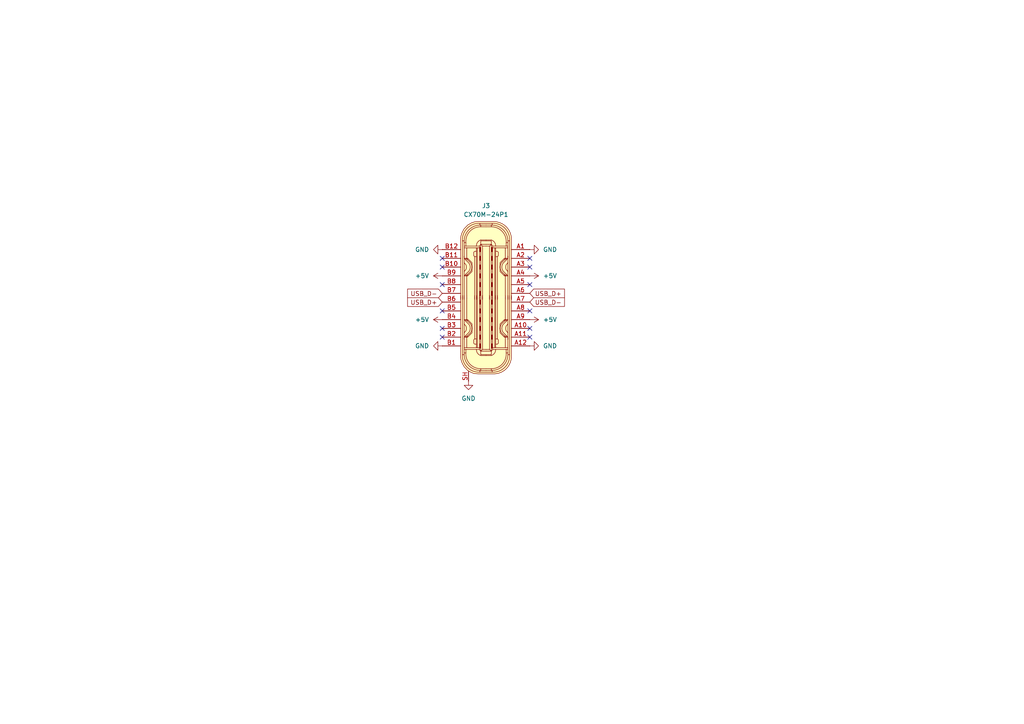
<source format=kicad_sch>
(kicad_sch (version 20250114) (generator "eeschema") (generator_version "9.0")
  (paper "A4")
  (lib_symbols
    (symbol "dk_USB-DVI-HDMI-Connectors:CX70M-24P1" (pin_names (offset 1.016))
      (property "Reference" "J" (at -11.43 19.05 0))
      (property "Value" "CX70M-24P1" (at -2.54 -24.13 0))
      (symbol "CX70M-24P1_1_1"
        (polyline (pts (xy -7.366 -0.508) (xy -7.366 0.635)))
        (polyline (pts (xy -6.858 -0.508) (xy -6.858 0.635)))
        (polyline (pts (xy -6.35 16.51) (xy -6.858 16.51) (xy -6.858 0)))
        (polyline (pts (xy -6.35 14.986) (xy -1.905 14.986)))
        (polyline (pts (xy -6.35 12.065) (xy -6.35 0)))
        (polyline (pts (xy -6.35 11.684) (xy -6.35 15.875) (xy -6.35 16.51)))
        (polyline (pts (xy -6.35 11.43) (xy -4.9276 10.0076) (xy -4.6736 9.4996) (xy -4.572 8.89)))
        (polyline (pts (xy -6.35 11.43) (xy -5.334 11.43) (xy -4.064 10.16) (xy -4.064 7.62) (xy -5.334 6.35) (xy -6.35 6.35)))
        (polyline (pts (xy -6.35 10.16) (xy -5.842 9.6012) (xy -5.7404 9.271) (xy -5.715 8.9154)))
        (polyline (pts (xy -6.35 7.62) (xy -5.842 8.1788) (xy -5.7404 8.509) (xy -5.715 8.8646)))
        (polyline (pts (xy -6.35 6.35) (xy -4.9276 7.7724) (xy -4.6736 8.2804) (xy -4.572 8.89)))
        (polyline (pts (xy -6.35 -0.508) (xy -6.35 0.635)))
        (polyline (pts (xy -6.35 -6.35) (xy -4.9276 -7.7724) (xy -4.6736 -8.2804) (xy -4.572 -8.89)))
        (polyline (pts (xy -6.35 -7.62) (xy -5.842 -8.1788) (xy -5.7404 -8.509) (xy -5.715 -8.8646)))
        (polyline (pts (xy -6.35 -10.16) (xy -5.842 -9.6012) (xy -5.7404 -9.271) (xy -5.715 -8.9154)))
        (polyline (pts (xy -6.35 -11.43) (xy -4.9276 -10.0076) (xy -4.6736 -9.4996) (xy -4.572 -8.89)))
        (polyline (pts (xy -6.35 -11.43) (xy -5.334 -11.43) (xy -4.064 -10.16) (xy -4.064 -7.62) (xy -5.334 -6.35) (xy -6.35 -6.35)))
        (polyline (pts (xy -6.35 -11.684) (xy -6.35 -15.875) (xy -6.35 -16.51)))
        (polyline (pts (xy -6.35 -12.065) (xy -6.35 0)))
        (polyline (pts (xy -6.35 -14.986) (xy -1.905 -14.986)))
        (polyline (pts (xy -6.35 -16.51) (xy -6.858 -16.51) (xy -6.858 0)))
        (polyline (pts (xy -5.842 14.986) (xy -5.842 16.002) (xy -6.35 16.002)))
        (polyline (pts (xy -5.842 11.43) (xy -5.842 10.922)))
        (polyline (pts (xy -5.842 11.43) (xy -4.7752 10.4648) (xy -4.445 10.1092) (xy -4.2164 9.6266) (xy -4.064 8.89)))
        (polyline (pts (xy -5.842 6.35) (xy -5.842 6.858)))
        (polyline (pts (xy -5.842 6.35) (xy -4.7752 7.3152) (xy -4.445 7.6708) (xy -4.2164 8.1534) (xy -4.064 8.89)))
        (polyline (pts (xy -5.842 -6.35) (xy -5.842 -6.858)))
        (polyline (pts (xy -5.842 -6.35) (xy -4.7752 -7.3152) (xy -4.445 -7.6708) (xy -4.2164 -8.1534) (xy -4.064 -8.89)))
        (polyline (pts (xy -5.842 -11.43) (xy -5.842 -10.922)))
        (polyline (pts (xy -5.842 -11.43) (xy -4.7752 -10.4648) (xy -4.445 -10.1092) (xy -4.2164 -9.6266) (xy -4.064 -8.89)))
        (polyline (pts (xy -5.842 -14.986) (xy -5.842 -16.002) (xy -6.35 -16.002)))
        (polyline (pts (xy -5.588 14.478) (xy -5.588 11.43)))
        (polyline (pts (xy -5.588 6.35) (xy -5.588 0)))
        (polyline (pts (xy -5.588 -0.508) (xy -5.588 0.635)))
        (polyline (pts (xy -5.588 -6.35) (xy -5.588 0)))
        (polyline (pts (xy -5.588 -14.478) (xy -5.588 -11.43)))
        (polyline (pts (xy -5.334 11.43) (xy -5.334 11.049)))
        (polyline (pts (xy -5.334 6.604) (xy -5.334 6.731)))
        (polyline (pts (xy -5.334 6.35) (xy -5.334 6.604)))
        (polyline (pts (xy -5.334 -6.35) (xy -5.334 -6.604)))
        (polyline (pts (xy -5.334 -6.604) (xy -5.334 -6.731)))
        (polyline (pts (xy -5.334 -11.43) (xy -5.334 -11.049)))
        (polyline (pts (xy -3.302 0) (xy -3.302 11.938)))
        (polyline (pts (xy -3.302 0) (xy -3.302 -11.938)))
        (polyline (pts (xy -3.302 -0.508) (xy -3.302 0.635)))
        (polyline (pts (xy -2.794 14.986) (xy -2.7432 15.3924) (xy -2.6416 15.7988) (xy -2.3876 16.2052) (xy -1.9812 16.5608) (xy -1.524 16.764)))
        (polyline (pts (xy -2.794 13.462) (xy -3.302 13.462) (xy -3.556 13.208) (xy -3.556 12.192) (xy -3.302 11.938) (xy -2.794 11.938)))
        (polyline (pts (xy -2.794 0) (xy -2.794 14.478)))
        (polyline (pts (xy -2.794 0) (xy -2.794 -14.478)))
        (polyline (pts (xy -2.794 -0.508) (xy -2.794 0.635)))
        (polyline (pts (xy -2.794 -13.462) (xy -3.302 -13.462) (xy -3.556 -13.208) (xy -3.556 -12.192) (xy -3.302 -11.938) (xy -2.794 -11.938)))
        (polyline (pts (xy -2.794 -14.986) (xy -2.7432 -15.3924) (xy -2.6416 -15.7988) (xy -2.3876 -16.2052) (xy -1.9812 -16.5608) (xy -1.524 -16.764)))
        (polyline (pts (xy -2.54 14.478) (xy -2.54 0)))
        (polyline (pts (xy -2.54 -0.508) (xy -2.54 0.635)))
        (polyline (pts (xy -2.54 -14.478) (xy -2.54 0)))
        (arc (start -6.858 16.51) (mid -5.4492 20.1812) (end -1.778 21.59))
        (arc (start -1.778 -21.59) (mid -5.4492 -20.1812) (end -6.858 -16.51))
        (polyline (pts (xy -1.905 14.605) (xy -1.905 14.986) (xy -1.778 15.24) (xy -1.524 15.494)))
        (polyline (pts (xy -1.905 14.478) (xy -6.35 14.478)))
        (polyline (pts (xy -1.905 0) (xy -1.905 14.605)))
        (polyline (pts (xy -1.905 0) (xy -1.905 -14.605)))
        (polyline (pts (xy -1.905 -0.508) (xy -1.905 0.635)))
        (polyline (pts (xy -1.905 -14.478) (xy -6.35 -14.478)))
        (polyline (pts (xy -1.905 -14.605) (xy -1.905 -14.986) (xy -1.778 -15.24) (xy -1.524 -15.494)))
        (polyline (pts (xy -1.778 21.59) (xy 0 21.59)) (fill (type background)))
        (polyline (pts (xy -1.778 21.082) (xy -1.778 21.463)))
        (polyline (pts (xy -1.778 21.082) (xy 0 21.082)))
        (rectangle (start -1.778 14.605) (end -1.524 13.335) (fill (type outline)))
        (rectangle (start -1.778 12.065) (end -1.524 10.795) (fill (type outline)))
        (rectangle (start -1.778 9.525) (end -1.524 8.255) (fill (type outline)))
        (rectangle (start -1.778 6.985) (end -1.524 5.715) (fill (type outline)))
        (rectangle (start -1.778 4.445) (end -1.524 3.175) (fill (type outline)))
        (rectangle (start -1.778 1.905) (end -1.524 0.635) (fill (type outline)))
        (rectangle (start -1.778 -1.905) (end -1.524 -0.635) (fill (type outline)))
        (rectangle (start -1.778 -4.445) (end -1.524 -3.175) (fill (type outline)))
        (rectangle (start -1.778 -6.985) (end -1.524 -5.715) (fill (type outline)))
        (rectangle (start -1.778 -9.525) (end -1.524 -8.255) (fill (type outline)))
        (rectangle (start -1.778 -12.065) (end -1.524 -10.795) (fill (type outline)))
        (rectangle (start -1.778 -14.605) (end -1.524 -13.335) (fill (type outline)))
        (polyline (pts (xy -1.778 -21.082) (xy -1.778 -21.463)))
        (polyline (pts (xy -1.778 -21.082) (xy 0 -21.082)))
        (polyline (pts (xy -1.778 -21.59) (xy 0 -21.59)) (fill (type background)))
        (arc (start -6.35 16.51) (mid -4.9749 19.7069) (end -1.778 21.082))
        (arc (start -1.778 -21.082) (mid -4.9749 -19.7069) (end -6.35 -16.51))
        (arc (start -5.842 16.002) (mid -4.6972 19.2495) (end -1.524 20.574))
        (arc (start -1.524 -20.574) (mid -4.6883 -19.2412) (end -5.842 -16.002))
        (polyline (pts (xy -1.524 20.701) (xy -1.524 21.082)))
        (polyline (pts (xy -1.524 20.574) (xy 0 20.574)))
        (polyline (pts (xy -1.524 0) (xy -1.524 15.494) (xy 0 15.494)))
        (polyline (pts (xy -1.524 0) (xy -1.524 -15.494) (xy 0 -15.494)))
        (polyline (pts (xy -1.524 -0.508) (xy -1.524 0.635)))
        (polyline (pts (xy -1.524 -20.574) (xy 0 -20.574)))
        (polyline (pts (xy -1.524 -20.701) (xy -1.524 -21.082)))
        (polyline (pts (xy -1.016 14.986) (xy -1.524 15.494)))
        (polyline (pts (xy -1.016 0) (xy -1.016 14.986) (xy 0 14.986)))
        (polyline (pts (xy -1.016 0) (xy -1.016 -14.986) (xy 0 -14.986)))
        (polyline (pts (xy -1.016 -0.508) (xy -1.016 0.635)))
        (polyline (pts (xy -1.016 -14.986) (xy -1.524 -15.494)))
        (polyline (pts (xy 0 16.764) (xy -1.524 16.764)))
        (polyline (pts (xy 0 16.764) (xy 1.524 16.764)))
        (polyline (pts (xy 0 16.51) (xy -1.397 16.51) (xy -1.524 16.51) (xy -1.524 15.494)))
        (polyline (pts (xy 0 16.51) (xy 1.397 16.51) (xy 1.524 16.51) (xy 1.524 15.494)))
        (polyline (pts (xy 0 -16.51) (xy -1.397 -16.51) (xy -1.524 -16.51) (xy -1.524 -15.494)))
        (polyline (pts (xy 0 -16.51) (xy 1.397 -16.51) (xy 1.524 -16.51) (xy 1.524 -15.494)))
        (polyline (pts (xy 0 -16.764) (xy -1.524 -16.764)))
        (polyline (pts (xy 0 -16.764) (xy 1.524 -16.764)))
        (polyline (pts (xy 1.016 14.986) (xy 1.524 15.494)))
        (polyline (pts (xy 1.016 0) (xy 1.016 14.986) (xy 0 14.986)))
        (polyline (pts (xy 1.016 0) (xy 1.016 -14.986) (xy 0 -14.986)))
        (polyline (pts (xy 1.016 -0.508) (xy 1.016 0.635)))
        (polyline (pts (xy 1.016 -14.986) (xy 1.524 -15.494)))
        (polyline (pts (xy 1.524 20.701) (xy 1.524 21.082)))
        (polyline (pts (xy 1.524 20.574) (xy 0 20.574)))
        (polyline (pts (xy 1.524 0) (xy 1.524 15.494) (xy 0 15.494)))
        (polyline (pts (xy 1.524 0) (xy 1.524 -15.494) (xy 0 -15.494)))
        (polyline (pts (xy 1.524 -0.508) (xy 1.524 0.635)))
        (polyline (pts (xy 1.524 -20.574) (xy 0 -20.574)))
        (polyline (pts (xy 1.524 -20.701) (xy 1.524 -21.082)))
        (arc (start 1.524 20.574) (mid 4.6883 19.2412) (end 5.842 16.002))
        (arc (start 5.842 -16.002) (mid 4.6972 -19.2495) (end 1.524 -20.574))
        (arc (start 1.778 21.082) (mid 4.9749 19.7069) (end 6.35 16.51))
        (arc (start 6.35 -16.51) (mid 4.9749 -19.7069) (end 1.778 -21.082))
        (polyline (pts (xy 1.778 21.59) (xy 0 21.59)) (fill (type background)))
        (polyline (pts (xy 1.778 21.082) (xy 0 21.082)))
        (polyline (pts (xy 1.778 21.082) (xy 1.778 21.463)))
        (rectangle (start 1.778 14.605) (end 1.524 13.335) (fill (type outline)))
        (rectangle (start 1.778 12.065) (end 1.524 10.795) (fill (type outline)))
        (rectangle (start 1.778 9.525) (end 1.524 8.255) (fill (type outline)))
        (rectangle (start 1.778 6.985) (end 1.524 5.715) (fill (type outline)))
        (rectangle (start 1.778 4.445) (end 1.524 3.175) (fill (type outline)))
        (rectangle (start 1.778 1.905) (end 1.524 0.635) (fill (type outline)))
        (rectangle (start 1.778 -1.905) (end 1.524 -0.635) (fill (type outline)))
        (rectangle (start 1.778 -4.445) (end 1.524 -3.175) (fill (type outline)))
        (rectangle (start 1.778 -6.985) (end 1.524 -5.715) (fill (type outline)))
        (rectangle (start 1.778 -9.525) (end 1.524 -8.255) (fill (type outline)))
        (rectangle (start 1.778 -12.065) (end 1.524 -10.795) (fill (type outline)))
        (rectangle (start 1.778 -14.605) (end 1.524 -13.335) (fill (type outline)))
        (polyline (pts (xy 1.778 -21.082) (xy 0 -21.082)))
        (polyline (pts (xy 1.778 -21.082) (xy 1.778 -21.463)))
        (polyline (pts (xy 1.778 -21.59) (xy 0 -21.59)) (fill (type background)))
        (polyline (pts (xy 1.905 14.605) (xy 1.905 14.986) (xy 1.778 15.24) (xy 1.524 15.494)))
        (polyline (pts (xy 1.905 14.478) (xy 6.35 14.478)))
        (polyline (pts (xy 1.905 0) (xy 1.905 14.605)))
        (polyline (pts (xy 1.905 0) (xy 1.905 -14.605)))
        (polyline (pts (xy 1.905 -0.508) (xy 1.905 0.635)))
        (polyline (pts (xy 1.905 -14.478) (xy 6.35 -14.478)))
        (polyline (pts (xy 1.905 -14.605) (xy 1.905 -14.986) (xy 1.778 -15.24) (xy 1.524 -15.494)))
        (arc (start 1.778 21.59) (mid 5.4492 20.1812) (end 6.858 16.51))
        (arc (start 6.858 -16.51) (mid 5.4492 -20.1812) (end 1.778 -21.59))
        (polyline (pts (xy 2.54 14.478) (xy 2.54 0)))
        (polyline (pts (xy 2.54 -0.508) (xy 2.54 0.635)))
        (polyline (pts (xy 2.54 -14.478) (xy 2.54 0)))
        (polyline (pts (xy 2.794 14.986) (xy 2.7432 15.3924) (xy 2.6416 15.7988) (xy 2.3876 16.2052) (xy 1.9812 16.5608) (xy 1.524 16.764)))
        (polyline (pts (xy 2.794 13.462) (xy 3.302 13.462) (xy 3.556 13.208) (xy 3.556 12.192) (xy 3.302 11.938) (xy 2.794 11.938)))
        (polyline (pts (xy 2.794 0) (xy 2.794 14.478)))
        (polyline (pts (xy 2.794 0) (xy 2.794 -14.478)))
        (polyline (pts (xy 2.794 -0.508) (xy 2.794 0.635)))
        (polyline (pts (xy 2.794 -13.462) (xy 3.302 -13.462) (xy 3.556 -13.208) (xy 3.556 -12.192) (xy 3.302 -11.938) (xy 2.794 -11.938)))
        (polyline (pts (xy 2.794 -14.986) (xy 2.7432 -15.3924) (xy 2.6416 -15.7988) (xy 2.3876 -16.2052) (xy 1.9812 -16.5608) (xy 1.524 -16.764)))
        (polyline (pts (xy 3.302 0) (xy 3.302 11.938)))
        (polyline (pts (xy 3.302 0) (xy 3.302 -11.938)))
        (polyline (pts (xy 3.302 -0.508) (xy 3.302 0.635)))
        (polyline (pts (xy 5.334 11.43) (xy 5.334 11.049)))
        (polyline (pts (xy 5.334 6.604) (xy 5.334 6.731)))
        (polyline (pts (xy 5.334 6.35) (xy 5.334 6.604)))
        (polyline (pts (xy 5.334 -6.35) (xy 5.334 -6.604)))
        (polyline (pts (xy 5.334 -6.604) (xy 5.334 -6.731)))
        (polyline (pts (xy 5.334 -11.43) (xy 5.334 -11.049)))
        (polyline (pts (xy 5.588 14.478) (xy 5.588 11.43)))
        (polyline (pts (xy 5.588 6.35) (xy 5.588 0)))
        (polyline (pts (xy 5.588 -0.508) (xy 5.588 0.635)))
        (polyline (pts (xy 5.588 -6.35) (xy 5.588 0)))
        (polyline (pts (xy 5.588 -14.478) (xy 5.588 -11.43)))
        (polyline (pts (xy 5.842 14.986) (xy 5.842 16.002) (xy 6.35 16.002)))
        (polyline (pts (xy 5.842 11.43) (xy 5.842 10.922)))
        (polyline (pts (xy 5.842 11.43) (xy 4.7752 10.4648) (xy 4.445 10.1092) (xy 4.2164 9.6266) (xy 4.064 8.89)))
        (polyline (pts (xy 5.842 6.35) (xy 5.842 6.858)))
        (polyline (pts (xy 5.842 6.35) (xy 4.7752 7.3152) (xy 4.445 7.6708) (xy 4.2164 8.1534) (xy 4.064 8.89)))
        (polyline (pts (xy 5.842 -6.35) (xy 5.842 -6.858)))
        (polyline (pts (xy 5.842 -6.35) (xy 4.7752 -7.3152) (xy 4.445 -7.6708) (xy 4.2164 -8.1534) (xy 4.064 -8.89)))
        (polyline (pts (xy 5.842 -11.43) (xy 5.842 -10.922)))
        (polyline (pts (xy 5.842 -11.43) (xy 4.7752 -10.4648) (xy 4.445 -10.1092) (xy 4.2164 -9.6266) (xy 4.064 -8.89)))
        (polyline (pts (xy 5.842 -14.986) (xy 5.842 -16.002) (xy 6.35 -16.002)))
        (polyline (pts (xy 6.35 16.51) (xy 6.858 16.51) (xy 6.858 0)))
        (polyline (pts (xy 6.35 14.986) (xy 1.905 14.986)))
        (polyline (pts (xy 6.35 12.065) (xy 6.35 0)))
        (polyline (pts (xy 6.35 11.684) (xy 6.35 15.875) (xy 6.35 16.51)))
        (polyline (pts (xy 6.35 11.43) (xy 4.9276 10.0076) (xy 4.6736 9.4996) (xy 4.572 8.89)))
        (polyline (pts (xy 6.35 11.43) (xy 5.334 11.43) (xy 4.064 10.16) (xy 4.064 7.62) (xy 5.334 6.35) (xy 6.35 6.35)))
        (polyline (pts (xy 6.35 10.16) (xy 5.842 9.6012) (xy 5.7404 9.271) (xy 5.715 8.9154)))
        (polyline (pts (xy 6.35 7.62) (xy 5.842 8.1788) (xy 5.7404 8.509) (xy 5.715 8.8646)))
        (polyline (pts (xy 6.35 6.35) (xy 4.9276 7.7724) (xy 4.6736 8.2804) (xy 4.572 8.89)))
        (polyline (pts (xy 6.35 -0.508) (xy 6.35 0.635)))
        (polyline (pts (xy 6.35 -6.35) (xy 4.9276 -7.7724) (xy 4.6736 -8.2804) (xy 4.572 -8.89)))
        (polyline (pts (xy 6.35 -7.62) (xy 5.842 -8.1788) (xy 5.7404 -8.509) (xy 5.715 -8.8646)))
        (polyline (pts (xy 6.35 -10.16) (xy 5.842 -9.6012) (xy 5.7404 -9.271) (xy 5.715 -8.9154)))
        (polyline (pts (xy 6.35 -11.43) (xy 4.9276 -10.0076) (xy 4.6736 -9.4996) (xy 4.572 -8.89)))
        (polyline (pts (xy 6.35 -11.43) (xy 5.334 -11.43) (xy 4.064 -10.16) (xy 4.064 -7.62) (xy 5.334 -6.35) (xy 6.35 -6.35)))
        (polyline (pts (xy 6.35 -11.684) (xy 6.35 -15.875) (xy 6.35 -16.51)))
        (polyline (pts (xy 6.35 -12.065) (xy 6.35 0)))
        (polyline (pts (xy 6.35 -14.986) (xy 1.905 -14.986)))
        (polyline (pts (xy 6.35 -16.51) (xy 6.858 -16.51) (xy 6.858 0)))
        (polyline (pts (xy 6.858 -0.508) (xy 6.858 0.635)))
        (polyline (pts (xy 7.366 0) (xy 7.366 17.018) (xy 7.366 17.272) (xy 7.3152 17.526) (xy 7.2644 18.034) (xy 7.0612 18.7452) (xy 6.7056 19.5072) (xy 6.2992 20.1168) (xy 5.8928 20.574) (xy 5.3848 21.0312) (xy 4.6736 21.4884) (xy 3.9624 21.7932) (xy 3.2512 21.9964) (xy 2.54 22.098) (xy -2.286 22.098) (xy -3.4036 21.9964) (xy -4.2672 21.6916) (xy -5.334 21.082) (xy -6.35 20.0152) (xy -6.9088 18.9992) (xy -7.2644 17.9832) (xy -7.3152 17.526) (xy -7.366 17.018) (xy -7.366 0)) (fill (type background)))
        (polyline (pts (xy 7.366 0) (xy 7.366 -17.018) (xy 7.366 -17.272) (xy 7.3152 -17.526) (xy 7.2644 -18.034) (xy 7.0612 -18.7452) (xy 6.7056 -19.5072) (xy 6.2992 -20.1168) (xy 5.8928 -20.574) (xy 5.3848 -21.0312) (xy 4.6736 -21.4884) (xy 3.9624 -21.7932) (xy 3.2512 -21.9964) (xy 2.54 -22.098) (xy -2.286 -22.098) (xy -3.4036 -21.9964) (xy -4.2672 -21.6916) (xy -5.334 -21.082) (xy -6.35 -20.0152) (xy -6.9088 -18.9992) (xy -7.2644 -17.9832) (xy -7.3152 -17.526) (xy -7.366 -17.018) (xy -7.366 0)) (fill (type background)))
        (polyline (pts (xy 7.366 -0.508) (xy 7.366 0.635)))
        (pin passive line (at -12.7 13.97 0) (length 5.334) (name "~") (number "B12"))
        (pin passive line (at -12.7 11.43 0) (length 5.334) (name "~") (number "B11"))
        (pin passive line (at -12.7 8.89 0) (length 5.334) (name "~") (number "B10"))
        (pin passive line (at -12.7 6.35 0) (length 5.334) (name "~") (number "B9"))
        (pin passive line (at -12.7 3.81 0) (length 5.334) (name "~") (number "B8"))
        (pin passive line (at -12.7 1.27 0) (length 5.334) (name "~") (number "B7"))
        (pin passive line (at -12.7 -1.27 0) (length 5.334) (name "~") (number "B6"))
        (pin passive line (at -12.7 -3.81 0) (length 5.334) (name "~") (number "B5"))
        (pin passive line (at -12.7 -6.35 0) (length 5.334) (name "~") (number "B4"))
        (pin passive line (at -12.7 -8.89 0) (length 5.334) (name "~") (number "B3"))
        (pin passive line (at -12.7 -11.43 0) (length 5.334) (name "~") (number "B2"))
        (pin passive line (at -12.7 -13.97 0) (length 5.334) (name "~") (number "B1"))
        (pin input line (at -5.08 -24.13 90) (length 2.794) (name "~") (number "SH"))
        (pin passive line (at 12.7 13.97 180) (length 5.334) (name "~") (number "A1"))
        (pin passive line (at 12.7 11.43 180) (length 5.334) (name "~") (number "A2"))
        (pin passive line (at 12.7 8.89 180) (length 5.334) (name "~") (number "A3"))
        (pin passive line (at 12.7 6.35 180) (length 5.334) (name "~") (number "A4"))
        (pin passive line (at 12.7 3.81 180) (length 5.334) (name "~") (number "A5"))
        (pin passive line (at 12.7 1.27 180) (length 5.334) (name "~") (number "A6"))
        (pin passive line (at 12.7 -1.27 180) (length 5.334) (name "~") (number "A7"))
        (pin passive line (at 12.7 -3.81 180) (length 5.334) (name "~") (number "A8"))
        (pin passive line (at 12.7 -6.35 180) (length 5.334) (name "~") (number "A9"))
        (pin passive line (at 12.7 -8.89 180) (length 5.334) (name "~") (number "A10"))
        (pin passive line (at 12.7 -11.43 180) (length 5.334) (name "~") (number "A11"))
        (pin passive line (at 12.7 -13.97 180) (length 5.334) (name "~") (number "A12"))
      )
    )
    (symbol "power:+5V" (power) (pin_numbers (hide yes)) (pin_names (offset 0) (hide yes))
      (property "Value" "+5V" (at 0 3.556 0))
      (symbol "+5V_0_1"
        (polyline (pts (xy -0.762 1.27) (xy 0 2.54)))
        (polyline (pts (xy 0 2.54) (xy 0.762 1.27)))
        (polyline (pts (xy 0 0) (xy 0 2.54)))
      )
      (symbol "+5V_1_1"
        (pin power_in line (at 0 0 90) (length 0) (name "~") (number "1"))
      )
    )
    (symbol "power:GND" (power) (pin_numbers (hide yes)) (pin_names (offset 0) (hide yes))
      (property "Value" "GND" (at 0 -3.81 0))
      (symbol "GND_0_1"
        (polyline (pts (xy 0 0) (xy 0 -1.27) (xy 1.27 -1.27) (xy 0 -2.54) (xy -1.27 -1.27) (xy 0 -1.27)))
      )
      (symbol "GND_1_1"
        (pin power_in line (at 0 0 270) (length 0) (name "~") (number "1"))
      )
    )
  )
  (no_connect (at 128.27 97.79))
  (no_connect (at 128.27 77.47))
  (no_connect (at 153.67 74.93))
  (no_connect (at 128.27 74.93))
  (no_connect (at 153.67 95.25))
  (no_connect (at 153.67 97.79))
  (no_connect (at 153.67 77.47))
  (no_connect (at 128.27 90.17))
  (no_connect (at 153.67 82.55))
  (no_connect (at 153.67 90.17))
  (no_connect (at 128.27 82.55))
  (no_connect (at 128.27 95.25))
  (global_label "USB_D+" (shape input) (at 153.67 85.09 0) (property "Intersheetrefs" "${INTERSHEET_REFS}" (effects (hide yes))))
  (global_label "USB_D+" (shape input) (at 128.27 87.63 180) (property "Intersheetrefs" "${INTERSHEET_REFS}" (effects (hide yes))))
  (global_label "USB_D-" (shape input) (at 128.27 85.09 180) (property "Intersheetrefs" "${INTERSHEET_REFS}" (effects (hide yes))))
  (global_label "USB_D-" (shape input) (at 153.67 87.63 0) (property "Intersheetrefs" "${INTERSHEET_REFS}" (effects (hide yes))))
  (symbol (lib_id "power:+5V") (at 128.27 92.71 90) (unit 1)
    (property "Reference" "#PWR052" (effects (hide yes)))
    (property "Value" "+5V" (at 124.46 92.7099 90) (effects (justify left)))
    (property "Description" "Power symbol creates a global label with name \"+5V\"" (effects (hide yes)))
  )
  (symbol (lib_id "power:GND") (at 135.89 110.49 0) (unit 1)
    (property "Reference" "#PWR054" (effects (hide yes)))
    (property "Value" "GND" (at 135.89 115.57 0))
    (property "Description" "Power symbol creates a global label with name \"GND\" , ground" (effects (hide yes)))
  )
  (symbol (lib_id "power:+5V") (at 153.67 80.01 270) (unit 1)
    (property "Reference" "#PWR056" (effects (hide yes)))
    (property "Value" "+5V" (at 157.48 80.0099 90) (effects (justify left)))
    (property "Description" "Power symbol creates a global label with name \"+5V\"" (effects (hide yes)))
  )
  (symbol (lib_id "power:GND") (at 153.67 100.33 90) (unit 1)
    (property "Reference" "#PWR058" (effects (hide yes)))
    (property "Value" "GND" (at 157.48 100.3299 90) (effects (justify right)))
    (property "Description" "Power symbol creates a global label with name \"GND\" , ground" (effects (hide yes)))
  )
  (symbol (lib_id "power:+5V") (at 128.27 80.01 90) (unit 1)
    (property "Reference" "#PWR051" (effects (hide yes)))
    (property "Value" "+5V" (at 124.46 80.0099 90) (effects (justify left)))
    (property "Description" "Power symbol creates a global label with name \"+5V\"" (effects (hide yes)))
  )
  (symbol (lib_id "power:+5V") (at 153.67 92.71 270) (unit 1)
    (property "Reference" "#PWR057" (effects (hide yes)))
    (property "Value" "+5V" (at 157.48 92.7099 90) (effects (justify left)))
    (property "Description" "Power symbol creates a global label with name \"+5V\"" (effects (hide yes)))
  )
  (symbol (lib_id "power:GND") (at 128.27 100.33 270) (unit 1)
    (property "Reference" "#PWR053" (effects (hide yes)))
    (property "Value" "GND" (at 124.46 100.3299 90) (effects (justify right)))
    (property "Description" "Power symbol creates a global label with name \"GND\" , ground" (effects (hide yes)))
  )
  (symbol (lib_id "power:GND") (at 153.67 72.39 90) (unit 1)
    (property "Reference" "#PWR055" (effects (hide yes)))
    (property "Value" "GND" (at 157.48 72.3899 90) (effects (justify right)))
    (property "Description" "Power symbol creates a global label with name \"GND\" , ground" (effects (hide yes)))
  )
  (symbol (lib_id "power:GND") (at 128.27 72.39 270) (unit 1)
    (property "Reference" "#PWR050" (effects (hide yes)))
    (property "Value" "GND" (at 124.46 72.3899 90) (effects (justify right)))
    (property "Description" "Power symbol creates a global label with name \"GND\" , ground" (effects (hide yes)))
  )
  (symbol (lib_id "dk_USB-DVI-HDMI-Connectors:CX70M-24P1") (at 140.97 86.36 0) (unit 1)
    (property "Reference" "J3" (at 140.97 59.69 0))
    (property "Value" "CX70M-24P1" (at 140.97 62.23 0))
    (property "Footprint" "Connector_USB:USB_C_Receptacle_Amphenol_12401610E4-2A" (effects (hide yes)))
    (property "Datasheet" "https://www.hirose.com/product/document?clcode=CL0480-0304-0-00&productname=CX70M-24P1&series=CX&documenttype=2DDrawing&lang=en&documentid=D141189_en" (effects (hide yes)))
    (property "Description" "CONN RCPT USB3.0 TYPEC 24POS SMD" (effects (hide yes)))
    (property "Digi-Key_PN" "H125292CT-ND" (effects (hide yes)))
    (property "MPN" "CX70M-24P1" (effects (hide yes)))
    (property "Category" "Connectors, Interconnects" (effects (hide yes)))
    (property "Family" "USB, DVI, HDMI Connectors" (effects (hide yes)))
    (property "DK_Datasheet_Link" "https://www.hirose.com/product/document?clcode=CL0480-0304-0-00&productname=CX70M-24P1&series=CX&documenttype=2DDrawing&lang=en&documentid=D141189_en" (effects (hide yes)))
    (property "DK_Detail_Page" "/product-detail/en/hirose-electric-co-ltd/CX70M-24P1/H125292CT-ND/6036267" (effects (hide yes)))
    (property "Description_1" "CONN RCPT USB3.0 TYPEC 24POS SMD" (effects (hide yes)))
    (property "Manufacturer" "Hirose Electric Co Ltd" (effects (hide yes)))
    (property "Status" "Active" (effects (hide yes)))
  )
)
</source>
